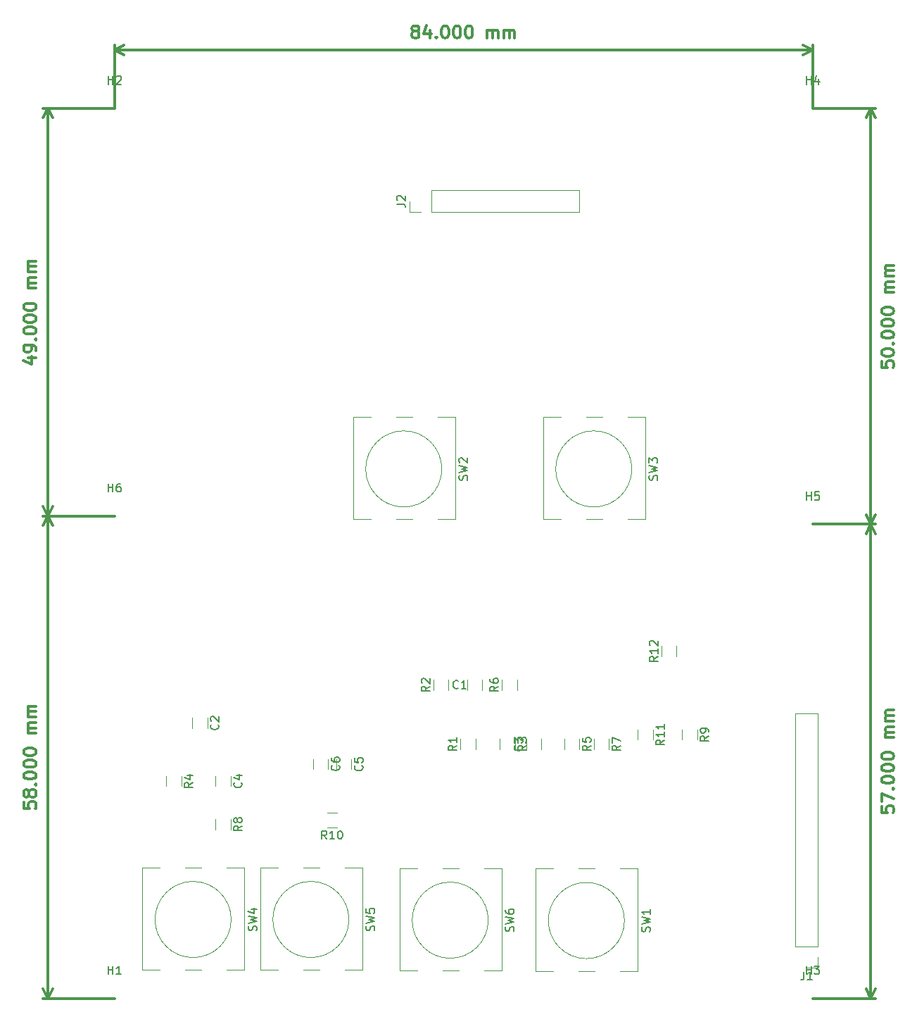
<source format=gbr>
%TF.GenerationSoftware,KiCad,Pcbnew,5.0.2-bee76a0~70~ubuntu18.04.1*%
%TF.CreationDate,2019-03-20T00:35:03+07:00*%
%TF.ProjectId,Display,44697370-6c61-4792-9e6b-696361645f70,rev?*%
%TF.SameCoordinates,PX1036640PY112a880*%
%TF.FileFunction,Legend,Top*%
%TF.FilePolarity,Positive*%
%FSLAX46Y46*%
G04 Gerber Fmt 4.6, Leading zero omitted, Abs format (unit mm)*
G04 Created by KiCad (PCBNEW 5.0.2-bee76a0~70~ubuntu18.04.1) date Wed 20 Mar 2019 12:35:03 AM +07*
%MOMM*%
%LPD*%
G01*
G04 APERTURE LIST*
%ADD10C,0.300000*%
%ADD11C,0.120000*%
%ADD12C,0.150000*%
G04 APERTURE END LIST*
D10*
X39071428Y6278572D02*
X38928571Y6350000D01*
X38857142Y6421429D01*
X38785714Y6564286D01*
X38785714Y6635715D01*
X38857142Y6778572D01*
X38928571Y6850000D01*
X39071428Y6921429D01*
X39357142Y6921429D01*
X39500000Y6850000D01*
X39571428Y6778572D01*
X39642857Y6635715D01*
X39642857Y6564286D01*
X39571428Y6421429D01*
X39500000Y6350000D01*
X39357142Y6278572D01*
X39071428Y6278572D01*
X38928571Y6207143D01*
X38857142Y6135715D01*
X38785714Y5992858D01*
X38785714Y5707143D01*
X38857142Y5564286D01*
X38928571Y5492858D01*
X39071428Y5421429D01*
X39357142Y5421429D01*
X39500000Y5492858D01*
X39571428Y5564286D01*
X39642857Y5707143D01*
X39642857Y5992858D01*
X39571428Y6135715D01*
X39500000Y6207143D01*
X39357142Y6278572D01*
X40928571Y6421429D02*
X40928571Y5421429D01*
X40571428Y6992858D02*
X40214285Y5921429D01*
X41142857Y5921429D01*
X41714285Y5564286D02*
X41785714Y5492858D01*
X41714285Y5421429D01*
X41642857Y5492858D01*
X41714285Y5564286D01*
X41714285Y5421429D01*
X42714285Y6921429D02*
X42857142Y6921429D01*
X43000000Y6850000D01*
X43071428Y6778572D01*
X43142857Y6635715D01*
X43214285Y6350000D01*
X43214285Y5992858D01*
X43142857Y5707143D01*
X43071428Y5564286D01*
X43000000Y5492858D01*
X42857142Y5421429D01*
X42714285Y5421429D01*
X42571428Y5492858D01*
X42500000Y5564286D01*
X42428571Y5707143D01*
X42357142Y5992858D01*
X42357142Y6350000D01*
X42428571Y6635715D01*
X42500000Y6778572D01*
X42571428Y6850000D01*
X42714285Y6921429D01*
X44142857Y6921429D02*
X44285714Y6921429D01*
X44428571Y6850000D01*
X44500000Y6778572D01*
X44571428Y6635715D01*
X44642857Y6350000D01*
X44642857Y5992858D01*
X44571428Y5707143D01*
X44500000Y5564286D01*
X44428571Y5492858D01*
X44285714Y5421429D01*
X44142857Y5421429D01*
X44000000Y5492858D01*
X43928571Y5564286D01*
X43857142Y5707143D01*
X43785714Y5992858D01*
X43785714Y6350000D01*
X43857142Y6635715D01*
X43928571Y6778572D01*
X44000000Y6850000D01*
X44142857Y6921429D01*
X45571428Y6921429D02*
X45714285Y6921429D01*
X45857142Y6850000D01*
X45928571Y6778572D01*
X46000000Y6635715D01*
X46071428Y6350000D01*
X46071428Y5992858D01*
X46000000Y5707143D01*
X45928571Y5564286D01*
X45857142Y5492858D01*
X45714285Y5421429D01*
X45571428Y5421429D01*
X45428571Y5492858D01*
X45357142Y5564286D01*
X45285714Y5707143D01*
X45214285Y5992858D01*
X45214285Y6350000D01*
X45285714Y6635715D01*
X45357142Y6778572D01*
X45428571Y6850000D01*
X45571428Y6921429D01*
X47857142Y5421429D02*
X47857142Y6421429D01*
X47857142Y6278572D02*
X47928571Y6350000D01*
X48071428Y6421429D01*
X48285714Y6421429D01*
X48428571Y6350000D01*
X48500000Y6207143D01*
X48500000Y5421429D01*
X48500000Y6207143D02*
X48571428Y6350000D01*
X48714285Y6421429D01*
X48928571Y6421429D01*
X49071428Y6350000D01*
X49142857Y6207143D01*
X49142857Y5421429D01*
X49857142Y5421429D02*
X49857142Y6421429D01*
X49857142Y6278572D02*
X49928571Y6350000D01*
X50071428Y6421429D01*
X50285714Y6421429D01*
X50428571Y6350000D01*
X50500000Y6207143D01*
X50500000Y5421429D01*
X50500000Y6207143D02*
X50571428Y6350000D01*
X50714285Y6421429D01*
X50928571Y6421429D01*
X51071428Y6350000D01*
X51142857Y6207143D01*
X51142857Y5421429D01*
X3000000Y4000000D02*
X87000000Y4000000D01*
X3000000Y-3000000D02*
X3000000Y4586421D01*
X87000000Y-3000000D02*
X87000000Y4586421D01*
X87000000Y4000000D02*
X85873496Y3413579D01*
X87000000Y4000000D02*
X85873496Y4586421D01*
X3000000Y4000000D02*
X4126504Y3413579D01*
X3000000Y4000000D02*
X4126504Y4586421D01*
X95278571Y-33428571D02*
X95278571Y-34142857D01*
X95992857Y-34214285D01*
X95921428Y-34142857D01*
X95850000Y-34000000D01*
X95850000Y-33642857D01*
X95921428Y-33500000D01*
X95992857Y-33428571D01*
X96135714Y-33357142D01*
X96492857Y-33357142D01*
X96635714Y-33428571D01*
X96707142Y-33500000D01*
X96778571Y-33642857D01*
X96778571Y-34000000D01*
X96707142Y-34142857D01*
X96635714Y-34214285D01*
X95278571Y-32428571D02*
X95278571Y-32285714D01*
X95350000Y-32142857D01*
X95421428Y-32071428D01*
X95564285Y-32000000D01*
X95850000Y-31928571D01*
X96207142Y-31928571D01*
X96492857Y-32000000D01*
X96635714Y-32071428D01*
X96707142Y-32142857D01*
X96778571Y-32285714D01*
X96778571Y-32428571D01*
X96707142Y-32571428D01*
X96635714Y-32642857D01*
X96492857Y-32714285D01*
X96207142Y-32785714D01*
X95850000Y-32785714D01*
X95564285Y-32714285D01*
X95421428Y-32642857D01*
X95350000Y-32571428D01*
X95278571Y-32428571D01*
X96635714Y-31285714D02*
X96707142Y-31214285D01*
X96778571Y-31285714D01*
X96707142Y-31357142D01*
X96635714Y-31285714D01*
X96778571Y-31285714D01*
X95278571Y-30285714D02*
X95278571Y-30142857D01*
X95350000Y-30000000D01*
X95421428Y-29928571D01*
X95564285Y-29857142D01*
X95850000Y-29785714D01*
X96207142Y-29785714D01*
X96492857Y-29857142D01*
X96635714Y-29928571D01*
X96707142Y-30000000D01*
X96778571Y-30142857D01*
X96778571Y-30285714D01*
X96707142Y-30428571D01*
X96635714Y-30500000D01*
X96492857Y-30571428D01*
X96207142Y-30642857D01*
X95850000Y-30642857D01*
X95564285Y-30571428D01*
X95421428Y-30500000D01*
X95350000Y-30428571D01*
X95278571Y-30285714D01*
X95278571Y-28857142D02*
X95278571Y-28714285D01*
X95350000Y-28571428D01*
X95421428Y-28500000D01*
X95564285Y-28428571D01*
X95850000Y-28357142D01*
X96207142Y-28357142D01*
X96492857Y-28428571D01*
X96635714Y-28500000D01*
X96707142Y-28571428D01*
X96778571Y-28714285D01*
X96778571Y-28857142D01*
X96707142Y-29000000D01*
X96635714Y-29071428D01*
X96492857Y-29142857D01*
X96207142Y-29214285D01*
X95850000Y-29214285D01*
X95564285Y-29142857D01*
X95421428Y-29071428D01*
X95350000Y-29000000D01*
X95278571Y-28857142D01*
X95278571Y-27428571D02*
X95278571Y-27285714D01*
X95350000Y-27142857D01*
X95421428Y-27071428D01*
X95564285Y-27000000D01*
X95850000Y-26928571D01*
X96207142Y-26928571D01*
X96492857Y-27000000D01*
X96635714Y-27071428D01*
X96707142Y-27142857D01*
X96778571Y-27285714D01*
X96778571Y-27428571D01*
X96707142Y-27571428D01*
X96635714Y-27642857D01*
X96492857Y-27714285D01*
X96207142Y-27785714D01*
X95850000Y-27785714D01*
X95564285Y-27714285D01*
X95421428Y-27642857D01*
X95350000Y-27571428D01*
X95278571Y-27428571D01*
X96778571Y-25142857D02*
X95778571Y-25142857D01*
X95921428Y-25142857D02*
X95850000Y-25071428D01*
X95778571Y-24928571D01*
X95778571Y-24714285D01*
X95850000Y-24571428D01*
X95992857Y-24500000D01*
X96778571Y-24500000D01*
X95992857Y-24500000D02*
X95850000Y-24428571D01*
X95778571Y-24285714D01*
X95778571Y-24071428D01*
X95850000Y-23928571D01*
X95992857Y-23857142D01*
X96778571Y-23857142D01*
X96778571Y-23142857D02*
X95778571Y-23142857D01*
X95921428Y-23142857D02*
X95850000Y-23071428D01*
X95778571Y-22928571D01*
X95778571Y-22714285D01*
X95850000Y-22571428D01*
X95992857Y-22500000D01*
X96778571Y-22500000D01*
X95992857Y-22500000D02*
X95850000Y-22428571D01*
X95778571Y-22285714D01*
X95778571Y-22071428D01*
X95850000Y-21928571D01*
X95992857Y-21857142D01*
X96778571Y-21857142D01*
X94000000Y-53000000D02*
X94000000Y-3000000D01*
X87000000Y-53000000D02*
X94586421Y-53000000D01*
X87000000Y-3000000D02*
X94586421Y-3000000D01*
X94000000Y-3000000D02*
X94586421Y-4126504D01*
X94000000Y-3000000D02*
X93413579Y-4126504D01*
X94000000Y-53000000D02*
X94586421Y-51873496D01*
X94000000Y-53000000D02*
X93413579Y-51873496D01*
X95278571Y-86928571D02*
X95278571Y-87642857D01*
X95992857Y-87714285D01*
X95921428Y-87642857D01*
X95850000Y-87500000D01*
X95850000Y-87142857D01*
X95921428Y-87000000D01*
X95992857Y-86928571D01*
X96135714Y-86857142D01*
X96492857Y-86857142D01*
X96635714Y-86928571D01*
X96707142Y-87000000D01*
X96778571Y-87142857D01*
X96778571Y-87500000D01*
X96707142Y-87642857D01*
X96635714Y-87714285D01*
X95278571Y-86357142D02*
X95278571Y-85357142D01*
X96778571Y-86000000D01*
X96635714Y-84785714D02*
X96707142Y-84714285D01*
X96778571Y-84785714D01*
X96707142Y-84857142D01*
X96635714Y-84785714D01*
X96778571Y-84785714D01*
X95278571Y-83785714D02*
X95278571Y-83642857D01*
X95350000Y-83500000D01*
X95421428Y-83428571D01*
X95564285Y-83357142D01*
X95850000Y-83285714D01*
X96207142Y-83285714D01*
X96492857Y-83357142D01*
X96635714Y-83428571D01*
X96707142Y-83500000D01*
X96778571Y-83642857D01*
X96778571Y-83785714D01*
X96707142Y-83928571D01*
X96635714Y-84000000D01*
X96492857Y-84071428D01*
X96207142Y-84142857D01*
X95850000Y-84142857D01*
X95564285Y-84071428D01*
X95421428Y-84000000D01*
X95350000Y-83928571D01*
X95278571Y-83785714D01*
X95278571Y-82357142D02*
X95278571Y-82214285D01*
X95350000Y-82071428D01*
X95421428Y-82000000D01*
X95564285Y-81928571D01*
X95850000Y-81857142D01*
X96207142Y-81857142D01*
X96492857Y-81928571D01*
X96635714Y-82000000D01*
X96707142Y-82071428D01*
X96778571Y-82214285D01*
X96778571Y-82357142D01*
X96707142Y-82500000D01*
X96635714Y-82571428D01*
X96492857Y-82642857D01*
X96207142Y-82714285D01*
X95850000Y-82714285D01*
X95564285Y-82642857D01*
X95421428Y-82571428D01*
X95350000Y-82500000D01*
X95278571Y-82357142D01*
X95278571Y-80928571D02*
X95278571Y-80785714D01*
X95350000Y-80642857D01*
X95421428Y-80571428D01*
X95564285Y-80500000D01*
X95850000Y-80428571D01*
X96207142Y-80428571D01*
X96492857Y-80500000D01*
X96635714Y-80571428D01*
X96707142Y-80642857D01*
X96778571Y-80785714D01*
X96778571Y-80928571D01*
X96707142Y-81071428D01*
X96635714Y-81142857D01*
X96492857Y-81214285D01*
X96207142Y-81285714D01*
X95850000Y-81285714D01*
X95564285Y-81214285D01*
X95421428Y-81142857D01*
X95350000Y-81071428D01*
X95278571Y-80928571D01*
X96778571Y-78642857D02*
X95778571Y-78642857D01*
X95921428Y-78642857D02*
X95850000Y-78571428D01*
X95778571Y-78428571D01*
X95778571Y-78214285D01*
X95850000Y-78071428D01*
X95992857Y-78000000D01*
X96778571Y-78000000D01*
X95992857Y-78000000D02*
X95850000Y-77928571D01*
X95778571Y-77785714D01*
X95778571Y-77571428D01*
X95850000Y-77428571D01*
X95992857Y-77357142D01*
X96778571Y-77357142D01*
X96778571Y-76642857D02*
X95778571Y-76642857D01*
X95921428Y-76642857D02*
X95850000Y-76571428D01*
X95778571Y-76428571D01*
X95778571Y-76214285D01*
X95850000Y-76071428D01*
X95992857Y-76000000D01*
X96778571Y-76000000D01*
X95992857Y-76000000D02*
X95850000Y-75928571D01*
X95778571Y-75785714D01*
X95778571Y-75571428D01*
X95850000Y-75428571D01*
X95992857Y-75357142D01*
X96778571Y-75357142D01*
X94000000Y-110000000D02*
X94000000Y-53000000D01*
X87000000Y-110000000D02*
X94586421Y-110000000D01*
X87000000Y-53000000D02*
X94586421Y-53000000D01*
X94000000Y-53000000D02*
X94586421Y-54126504D01*
X94000000Y-53000000D02*
X93413579Y-54126504D01*
X94000000Y-110000000D02*
X94586421Y-108873496D01*
X94000000Y-110000000D02*
X93413579Y-108873496D01*
X-7421429Y-33000000D02*
X-6421429Y-33000000D01*
X-7992858Y-33357142D02*
X-6921429Y-33714285D01*
X-6921429Y-32785714D01*
X-6421429Y-32142857D02*
X-6421429Y-31857142D01*
X-6492858Y-31714285D01*
X-6564286Y-31642857D01*
X-6778572Y-31500000D01*
X-7064286Y-31428571D01*
X-7635715Y-31428571D01*
X-7778572Y-31500000D01*
X-7850000Y-31571428D01*
X-7921429Y-31714285D01*
X-7921429Y-32000000D01*
X-7850000Y-32142857D01*
X-7778572Y-32214285D01*
X-7635715Y-32285714D01*
X-7278572Y-32285714D01*
X-7135715Y-32214285D01*
X-7064286Y-32142857D01*
X-6992858Y-32000000D01*
X-6992858Y-31714285D01*
X-7064286Y-31571428D01*
X-7135715Y-31500000D01*
X-7278572Y-31428571D01*
X-6564286Y-30785714D02*
X-6492858Y-30714285D01*
X-6421429Y-30785714D01*
X-6492858Y-30857142D01*
X-6564286Y-30785714D01*
X-6421429Y-30785714D01*
X-7921429Y-29785714D02*
X-7921429Y-29642857D01*
X-7850000Y-29500000D01*
X-7778572Y-29428571D01*
X-7635715Y-29357142D01*
X-7350000Y-29285714D01*
X-6992858Y-29285714D01*
X-6707143Y-29357142D01*
X-6564286Y-29428571D01*
X-6492858Y-29500000D01*
X-6421429Y-29642857D01*
X-6421429Y-29785714D01*
X-6492858Y-29928571D01*
X-6564286Y-30000000D01*
X-6707143Y-30071428D01*
X-6992858Y-30142857D01*
X-7350000Y-30142857D01*
X-7635715Y-30071428D01*
X-7778572Y-30000000D01*
X-7850000Y-29928571D01*
X-7921429Y-29785714D01*
X-7921429Y-28357142D02*
X-7921429Y-28214285D01*
X-7850000Y-28071428D01*
X-7778572Y-28000000D01*
X-7635715Y-27928571D01*
X-7350000Y-27857142D01*
X-6992858Y-27857142D01*
X-6707143Y-27928571D01*
X-6564286Y-28000000D01*
X-6492858Y-28071428D01*
X-6421429Y-28214285D01*
X-6421429Y-28357142D01*
X-6492858Y-28500000D01*
X-6564286Y-28571428D01*
X-6707143Y-28642857D01*
X-6992858Y-28714285D01*
X-7350000Y-28714285D01*
X-7635715Y-28642857D01*
X-7778572Y-28571428D01*
X-7850000Y-28500000D01*
X-7921429Y-28357142D01*
X-7921429Y-26928571D02*
X-7921429Y-26785714D01*
X-7850000Y-26642857D01*
X-7778572Y-26571428D01*
X-7635715Y-26500000D01*
X-7350000Y-26428571D01*
X-6992858Y-26428571D01*
X-6707143Y-26500000D01*
X-6564286Y-26571428D01*
X-6492858Y-26642857D01*
X-6421429Y-26785714D01*
X-6421429Y-26928571D01*
X-6492858Y-27071428D01*
X-6564286Y-27142857D01*
X-6707143Y-27214285D01*
X-6992858Y-27285714D01*
X-7350000Y-27285714D01*
X-7635715Y-27214285D01*
X-7778572Y-27142857D01*
X-7850000Y-27071428D01*
X-7921429Y-26928571D01*
X-6421429Y-24642857D02*
X-7421429Y-24642857D01*
X-7278572Y-24642857D02*
X-7350000Y-24571428D01*
X-7421429Y-24428571D01*
X-7421429Y-24214285D01*
X-7350000Y-24071428D01*
X-7207143Y-24000000D01*
X-6421429Y-24000000D01*
X-7207143Y-24000000D02*
X-7350000Y-23928571D01*
X-7421429Y-23785714D01*
X-7421429Y-23571428D01*
X-7350000Y-23428571D01*
X-7207143Y-23357142D01*
X-6421429Y-23357142D01*
X-6421429Y-22642857D02*
X-7421429Y-22642857D01*
X-7278572Y-22642857D02*
X-7350000Y-22571428D01*
X-7421429Y-22428571D01*
X-7421429Y-22214285D01*
X-7350000Y-22071428D01*
X-7207143Y-22000000D01*
X-6421429Y-22000000D01*
X-7207143Y-22000000D02*
X-7350000Y-21928571D01*
X-7421429Y-21785714D01*
X-7421429Y-21571428D01*
X-7350000Y-21428571D01*
X-7207143Y-21357142D01*
X-6421429Y-21357142D01*
X-5000000Y-52000000D02*
X-5000000Y-3000000D01*
X3000000Y-52000000D02*
X-5586421Y-52000000D01*
X3000000Y-3000000D02*
X-5586421Y-3000000D01*
X-5000000Y-3000000D02*
X-4413579Y-4126504D01*
X-5000000Y-3000000D02*
X-5586421Y-4126504D01*
X-5000000Y-52000000D02*
X-4413579Y-50873496D01*
X-5000000Y-52000000D02*
X-5586421Y-50873496D01*
X-7921429Y-86428571D02*
X-7921429Y-87142857D01*
X-7207143Y-87214285D01*
X-7278572Y-87142857D01*
X-7350000Y-87000000D01*
X-7350000Y-86642857D01*
X-7278572Y-86500000D01*
X-7207143Y-86428571D01*
X-7064286Y-86357142D01*
X-6707143Y-86357142D01*
X-6564286Y-86428571D01*
X-6492858Y-86500000D01*
X-6421429Y-86642857D01*
X-6421429Y-87000000D01*
X-6492858Y-87142857D01*
X-6564286Y-87214285D01*
X-7278572Y-85500000D02*
X-7350000Y-85642857D01*
X-7421429Y-85714285D01*
X-7564286Y-85785714D01*
X-7635715Y-85785714D01*
X-7778572Y-85714285D01*
X-7850000Y-85642857D01*
X-7921429Y-85500000D01*
X-7921429Y-85214285D01*
X-7850000Y-85071428D01*
X-7778572Y-85000000D01*
X-7635715Y-84928571D01*
X-7564286Y-84928571D01*
X-7421429Y-85000000D01*
X-7350000Y-85071428D01*
X-7278572Y-85214285D01*
X-7278572Y-85500000D01*
X-7207143Y-85642857D01*
X-7135715Y-85714285D01*
X-6992858Y-85785714D01*
X-6707143Y-85785714D01*
X-6564286Y-85714285D01*
X-6492858Y-85642857D01*
X-6421429Y-85500000D01*
X-6421429Y-85214285D01*
X-6492858Y-85071428D01*
X-6564286Y-85000000D01*
X-6707143Y-84928571D01*
X-6992858Y-84928571D01*
X-7135715Y-85000000D01*
X-7207143Y-85071428D01*
X-7278572Y-85214285D01*
X-6564286Y-84285714D02*
X-6492858Y-84214285D01*
X-6421429Y-84285714D01*
X-6492858Y-84357142D01*
X-6564286Y-84285714D01*
X-6421429Y-84285714D01*
X-7921429Y-83285714D02*
X-7921429Y-83142857D01*
X-7850000Y-83000000D01*
X-7778572Y-82928571D01*
X-7635715Y-82857142D01*
X-7350000Y-82785714D01*
X-6992858Y-82785714D01*
X-6707143Y-82857142D01*
X-6564286Y-82928571D01*
X-6492858Y-83000000D01*
X-6421429Y-83142857D01*
X-6421429Y-83285714D01*
X-6492858Y-83428571D01*
X-6564286Y-83500000D01*
X-6707143Y-83571428D01*
X-6992858Y-83642857D01*
X-7350000Y-83642857D01*
X-7635715Y-83571428D01*
X-7778572Y-83500000D01*
X-7850000Y-83428571D01*
X-7921429Y-83285714D01*
X-7921429Y-81857142D02*
X-7921429Y-81714285D01*
X-7850000Y-81571428D01*
X-7778572Y-81500000D01*
X-7635715Y-81428571D01*
X-7350000Y-81357142D01*
X-6992858Y-81357142D01*
X-6707143Y-81428571D01*
X-6564286Y-81500000D01*
X-6492858Y-81571428D01*
X-6421429Y-81714285D01*
X-6421429Y-81857142D01*
X-6492858Y-82000000D01*
X-6564286Y-82071428D01*
X-6707143Y-82142857D01*
X-6992858Y-82214285D01*
X-7350000Y-82214285D01*
X-7635715Y-82142857D01*
X-7778572Y-82071428D01*
X-7850000Y-82000000D01*
X-7921429Y-81857142D01*
X-7921429Y-80428571D02*
X-7921429Y-80285714D01*
X-7850000Y-80142857D01*
X-7778572Y-80071428D01*
X-7635715Y-80000000D01*
X-7350000Y-79928571D01*
X-6992858Y-79928571D01*
X-6707143Y-80000000D01*
X-6564286Y-80071428D01*
X-6492858Y-80142857D01*
X-6421429Y-80285714D01*
X-6421429Y-80428571D01*
X-6492858Y-80571428D01*
X-6564286Y-80642857D01*
X-6707143Y-80714285D01*
X-6992858Y-80785714D01*
X-7350000Y-80785714D01*
X-7635715Y-80714285D01*
X-7778572Y-80642857D01*
X-7850000Y-80571428D01*
X-7921429Y-80428571D01*
X-6421429Y-78142857D02*
X-7421429Y-78142857D01*
X-7278572Y-78142857D02*
X-7350000Y-78071428D01*
X-7421429Y-77928571D01*
X-7421429Y-77714285D01*
X-7350000Y-77571428D01*
X-7207143Y-77500000D01*
X-6421429Y-77500000D01*
X-7207143Y-77500000D02*
X-7350000Y-77428571D01*
X-7421429Y-77285714D01*
X-7421429Y-77071428D01*
X-7350000Y-76928571D01*
X-7207143Y-76857142D01*
X-6421429Y-76857142D01*
X-6421429Y-76142857D02*
X-7421429Y-76142857D01*
X-7278572Y-76142857D02*
X-7350000Y-76071428D01*
X-7421429Y-75928571D01*
X-7421429Y-75714285D01*
X-7350000Y-75571428D01*
X-7207143Y-75500000D01*
X-6421429Y-75500000D01*
X-7207143Y-75500000D02*
X-7350000Y-75428571D01*
X-7421429Y-75285714D01*
X-7421429Y-75071428D01*
X-7350000Y-74928571D01*
X-7207143Y-74857142D01*
X-6421429Y-74857142D01*
X-5000000Y-110000000D02*
X-5000000Y-52000000D01*
X3000000Y-110000000D02*
X-5586421Y-110000000D01*
X3000000Y-52000000D02*
X-5586421Y-52000000D01*
X-5000000Y-52000000D02*
X-4413579Y-53126504D01*
X-5000000Y-52000000D02*
X-5586421Y-53126504D01*
X-5000000Y-110000000D02*
X-4413579Y-108873496D01*
X-5000000Y-110000000D02*
X-5586421Y-108873496D01*
D11*
X58945000Y-15487000D02*
X58945000Y-12827000D01*
X41105000Y-15487000D02*
X58945000Y-15487000D01*
X41105000Y-12827000D02*
X58945000Y-12827000D01*
X41105000Y-15487000D02*
X41105000Y-12827000D01*
X39835000Y-15487000D02*
X38505000Y-15487000D01*
X38505000Y-15487000D02*
X38505000Y-14157000D01*
X42461000Y-94351000D02*
X44401000Y-94351000D01*
X37281000Y-94351000D02*
X39401000Y-94351000D01*
X37281000Y-106651000D02*
X37281000Y-94351000D01*
X39401000Y-106651000D02*
X37281000Y-106651000D01*
X44401000Y-106651000D02*
X42461000Y-106651000D01*
X49581000Y-106651000D02*
X47461000Y-106651000D01*
X49581000Y-94351000D02*
X49581000Y-106651000D01*
X47461000Y-94351000D02*
X49581000Y-94351000D01*
X47970050Y-100601000D02*
G75*
G03X47970050Y-100601000I-4579050J0D01*
G01*
X31206050Y-100517000D02*
G75*
G03X31206050Y-100517000I-4579050J0D01*
G01*
X30697000Y-94267000D02*
X32817000Y-94267000D01*
X32817000Y-94267000D02*
X32817000Y-106567000D01*
X32817000Y-106567000D02*
X30697000Y-106567000D01*
X27637000Y-106567000D02*
X25697000Y-106567000D01*
X22637000Y-106567000D02*
X20517000Y-106567000D01*
X20517000Y-106567000D02*
X20517000Y-94267000D01*
X20517000Y-94267000D02*
X22637000Y-94267000D01*
X25697000Y-94267000D02*
X27637000Y-94267000D01*
X11530000Y-94267000D02*
X13470000Y-94267000D01*
X6350000Y-94267000D02*
X8470000Y-94267000D01*
X6350000Y-106567000D02*
X6350000Y-94267000D01*
X8470000Y-106567000D02*
X6350000Y-106567000D01*
X13470000Y-106567000D02*
X11530000Y-106567000D01*
X18650000Y-106567000D02*
X16530000Y-106567000D01*
X18650000Y-94267000D02*
X18650000Y-106567000D01*
X16530000Y-94267000D02*
X18650000Y-94267000D01*
X17039050Y-100517000D02*
G75*
G03X17039050Y-100517000I-4579050J0D01*
G01*
X65242050Y-46350000D02*
G75*
G03X65242050Y-46350000I-4579050J0D01*
G01*
X64733000Y-40100000D02*
X66853000Y-40100000D01*
X66853000Y-40100000D02*
X66853000Y-52400000D01*
X66853000Y-52400000D02*
X64733000Y-52400000D01*
X61673000Y-52400000D02*
X59733000Y-52400000D01*
X56673000Y-52400000D02*
X54553000Y-52400000D01*
X54553000Y-52400000D02*
X54553000Y-40100000D01*
X54553000Y-40100000D02*
X56673000Y-40100000D01*
X59733000Y-40100000D02*
X61673000Y-40100000D01*
X36873000Y-40100000D02*
X38813000Y-40100000D01*
X31693000Y-40100000D02*
X33813000Y-40100000D01*
X31693000Y-52400000D02*
X31693000Y-40100000D01*
X33813000Y-52400000D02*
X31693000Y-52400000D01*
X38813000Y-52400000D02*
X36873000Y-52400000D01*
X43993000Y-52400000D02*
X41873000Y-52400000D01*
X43993000Y-40100000D02*
X43993000Y-52400000D01*
X41873000Y-40100000D02*
X43993000Y-40100000D01*
X42382050Y-46350000D02*
G75*
G03X42382050Y-46350000I-4579050J0D01*
G01*
X64353050Y-100644000D02*
G75*
G03X64353050Y-100644000I-4579050J0D01*
G01*
X63844000Y-94394000D02*
X65964000Y-94394000D01*
X65964000Y-94394000D02*
X65964000Y-106694000D01*
X65964000Y-106694000D02*
X63844000Y-106694000D01*
X60784000Y-106694000D02*
X58844000Y-106694000D01*
X55784000Y-106694000D02*
X53664000Y-106694000D01*
X53664000Y-106694000D02*
X53664000Y-94394000D01*
X53664000Y-94394000D02*
X55784000Y-94394000D01*
X58844000Y-94394000D02*
X60784000Y-94394000D01*
X87600000Y-106329000D02*
X86270000Y-106329000D01*
X87600000Y-104999000D02*
X87600000Y-106329000D01*
X87600000Y-103729000D02*
X84940000Y-103729000D01*
X84940000Y-103729000D02*
X84940000Y-75729000D01*
X87600000Y-103729000D02*
X87600000Y-75729000D01*
X87600000Y-75729000D02*
X84940000Y-75729000D01*
X49382000Y-78832936D02*
X49382000Y-80037064D01*
X51202000Y-78832936D02*
X51202000Y-80037064D01*
X57129000Y-78832936D02*
X57129000Y-80037064D01*
X58949000Y-78832936D02*
X58949000Y-80037064D01*
X47265000Y-72925064D02*
X47265000Y-71720936D01*
X45445000Y-72925064D02*
X45445000Y-71720936D01*
X54377000Y-80037064D02*
X54377000Y-78832936D01*
X52557000Y-80037064D02*
X52557000Y-78832936D01*
X15176000Y-83277936D02*
X15176000Y-84482064D01*
X16996000Y-83277936D02*
X16996000Y-84482064D01*
X29697000Y-81245936D02*
X29697000Y-82450064D01*
X31517000Y-81245936D02*
X31517000Y-82450064D01*
X26903000Y-81209436D02*
X26903000Y-82413564D01*
X28723000Y-81209436D02*
X28723000Y-82413564D01*
X12382000Y-76292936D02*
X12382000Y-77497064D01*
X14202000Y-76292936D02*
X14202000Y-77497064D01*
X15176000Y-88484936D02*
X15176000Y-89689064D01*
X16996000Y-88484936D02*
X16996000Y-89689064D01*
X51456000Y-72925064D02*
X51456000Y-71720936D01*
X49636000Y-72925064D02*
X49636000Y-71720936D01*
X46460000Y-80037064D02*
X46460000Y-78832936D01*
X44640000Y-80037064D02*
X44640000Y-78832936D01*
X43201000Y-72925064D02*
X43201000Y-71720936D01*
X41381000Y-72925064D02*
X41381000Y-71720936D01*
X9250000Y-83277936D02*
X9250000Y-84482064D01*
X11070000Y-83277936D02*
X11070000Y-84482064D01*
X29769064Y-87669000D02*
X28564936Y-87669000D01*
X29769064Y-89489000D02*
X28564936Y-89489000D01*
X70633000Y-68861064D02*
X70633000Y-67656936D01*
X68813000Y-68861064D02*
X68813000Y-67656936D01*
X60685000Y-78832936D02*
X60685000Y-80037064D01*
X62505000Y-78832936D02*
X62505000Y-80037064D01*
X71310000Y-77689936D02*
X71310000Y-78894064D01*
X73130000Y-77689936D02*
X73130000Y-78894064D01*
X65976000Y-77689936D02*
X65976000Y-78894064D01*
X67796000Y-77689936D02*
X67796000Y-78894064D01*
D12*
X2238095Y-49102380D02*
X2238095Y-48102380D01*
X2238095Y-48578571D02*
X2809523Y-48578571D01*
X2809523Y-49102380D02*
X2809523Y-48102380D01*
X3714285Y-48102380D02*
X3523809Y-48102380D01*
X3428571Y-48150000D01*
X3380952Y-48197619D01*
X3285714Y-48340476D01*
X3238095Y-48530952D01*
X3238095Y-48911904D01*
X3285714Y-49007142D01*
X3333333Y-49054761D01*
X3428571Y-49102380D01*
X3619047Y-49102380D01*
X3714285Y-49054761D01*
X3761904Y-49007142D01*
X3809523Y-48911904D01*
X3809523Y-48673809D01*
X3761904Y-48578571D01*
X3714285Y-48530952D01*
X3619047Y-48483333D01*
X3428571Y-48483333D01*
X3333333Y-48530952D01*
X3285714Y-48578571D01*
X3238095Y-48673809D01*
X86238095Y-50102380D02*
X86238095Y-49102380D01*
X86238095Y-49578571D02*
X86809523Y-49578571D01*
X86809523Y-50102380D02*
X86809523Y-49102380D01*
X87761904Y-49102380D02*
X87285714Y-49102380D01*
X87238095Y-49578571D01*
X87285714Y-49530952D01*
X87380952Y-49483333D01*
X87619047Y-49483333D01*
X87714285Y-49530952D01*
X87761904Y-49578571D01*
X87809523Y-49673809D01*
X87809523Y-49911904D01*
X87761904Y-50007142D01*
X87714285Y-50054761D01*
X87619047Y-50102380D01*
X87380952Y-50102380D01*
X87285714Y-50054761D01*
X87238095Y-50007142D01*
X36957380Y-14490333D02*
X37671666Y-14490333D01*
X37814523Y-14537952D01*
X37909761Y-14633190D01*
X37957380Y-14776047D01*
X37957380Y-14871285D01*
X37052619Y-14061761D02*
X37005000Y-14014142D01*
X36957380Y-13918904D01*
X36957380Y-13680809D01*
X37005000Y-13585571D01*
X37052619Y-13537952D01*
X37147857Y-13490333D01*
X37243095Y-13490333D01*
X37385952Y-13537952D01*
X37957380Y-14109380D01*
X37957380Y-13490333D01*
X50995761Y-101934333D02*
X51043380Y-101791476D01*
X51043380Y-101553380D01*
X50995761Y-101458142D01*
X50948142Y-101410523D01*
X50852904Y-101362904D01*
X50757666Y-101362904D01*
X50662428Y-101410523D01*
X50614809Y-101458142D01*
X50567190Y-101553380D01*
X50519571Y-101743857D01*
X50471952Y-101839095D01*
X50424333Y-101886714D01*
X50329095Y-101934333D01*
X50233857Y-101934333D01*
X50138619Y-101886714D01*
X50091000Y-101839095D01*
X50043380Y-101743857D01*
X50043380Y-101505761D01*
X50091000Y-101362904D01*
X50043380Y-101029571D02*
X51043380Y-100791476D01*
X50329095Y-100601000D01*
X51043380Y-100410523D01*
X50043380Y-100172428D01*
X50043380Y-99362904D02*
X50043380Y-99553380D01*
X50091000Y-99648619D01*
X50138619Y-99696238D01*
X50281476Y-99791476D01*
X50471952Y-99839095D01*
X50852904Y-99839095D01*
X50948142Y-99791476D01*
X50995761Y-99743857D01*
X51043380Y-99648619D01*
X51043380Y-99458142D01*
X50995761Y-99362904D01*
X50948142Y-99315285D01*
X50852904Y-99267666D01*
X50614809Y-99267666D01*
X50519571Y-99315285D01*
X50471952Y-99362904D01*
X50424333Y-99458142D01*
X50424333Y-99648619D01*
X50471952Y-99743857D01*
X50519571Y-99791476D01*
X50614809Y-99839095D01*
X34231761Y-101850333D02*
X34279380Y-101707476D01*
X34279380Y-101469380D01*
X34231761Y-101374142D01*
X34184142Y-101326523D01*
X34088904Y-101278904D01*
X33993666Y-101278904D01*
X33898428Y-101326523D01*
X33850809Y-101374142D01*
X33803190Y-101469380D01*
X33755571Y-101659857D01*
X33707952Y-101755095D01*
X33660333Y-101802714D01*
X33565095Y-101850333D01*
X33469857Y-101850333D01*
X33374619Y-101802714D01*
X33327000Y-101755095D01*
X33279380Y-101659857D01*
X33279380Y-101421761D01*
X33327000Y-101278904D01*
X33279380Y-100945571D02*
X34279380Y-100707476D01*
X33565095Y-100517000D01*
X34279380Y-100326523D01*
X33279380Y-100088428D01*
X33279380Y-99231285D02*
X33279380Y-99707476D01*
X33755571Y-99755095D01*
X33707952Y-99707476D01*
X33660333Y-99612238D01*
X33660333Y-99374142D01*
X33707952Y-99278904D01*
X33755571Y-99231285D01*
X33850809Y-99183666D01*
X34088904Y-99183666D01*
X34184142Y-99231285D01*
X34231761Y-99278904D01*
X34279380Y-99374142D01*
X34279380Y-99612238D01*
X34231761Y-99707476D01*
X34184142Y-99755095D01*
X20064761Y-101850333D02*
X20112380Y-101707476D01*
X20112380Y-101469380D01*
X20064761Y-101374142D01*
X20017142Y-101326523D01*
X19921904Y-101278904D01*
X19826666Y-101278904D01*
X19731428Y-101326523D01*
X19683809Y-101374142D01*
X19636190Y-101469380D01*
X19588571Y-101659857D01*
X19540952Y-101755095D01*
X19493333Y-101802714D01*
X19398095Y-101850333D01*
X19302857Y-101850333D01*
X19207619Y-101802714D01*
X19160000Y-101755095D01*
X19112380Y-101659857D01*
X19112380Y-101421761D01*
X19160000Y-101278904D01*
X19112380Y-100945571D02*
X20112380Y-100707476D01*
X19398095Y-100517000D01*
X20112380Y-100326523D01*
X19112380Y-100088428D01*
X19445714Y-99278904D02*
X20112380Y-99278904D01*
X19064761Y-99517000D02*
X19779047Y-99755095D01*
X19779047Y-99136047D01*
X68267761Y-47683333D02*
X68315380Y-47540476D01*
X68315380Y-47302380D01*
X68267761Y-47207142D01*
X68220142Y-47159523D01*
X68124904Y-47111904D01*
X68029666Y-47111904D01*
X67934428Y-47159523D01*
X67886809Y-47207142D01*
X67839190Y-47302380D01*
X67791571Y-47492857D01*
X67743952Y-47588095D01*
X67696333Y-47635714D01*
X67601095Y-47683333D01*
X67505857Y-47683333D01*
X67410619Y-47635714D01*
X67363000Y-47588095D01*
X67315380Y-47492857D01*
X67315380Y-47254761D01*
X67363000Y-47111904D01*
X67315380Y-46778571D02*
X68315380Y-46540476D01*
X67601095Y-46350000D01*
X68315380Y-46159523D01*
X67315380Y-45921428D01*
X67315380Y-45635714D02*
X67315380Y-45016666D01*
X67696333Y-45350000D01*
X67696333Y-45207142D01*
X67743952Y-45111904D01*
X67791571Y-45064285D01*
X67886809Y-45016666D01*
X68124904Y-45016666D01*
X68220142Y-45064285D01*
X68267761Y-45111904D01*
X68315380Y-45207142D01*
X68315380Y-45492857D01*
X68267761Y-45588095D01*
X68220142Y-45635714D01*
X45407761Y-47683333D02*
X45455380Y-47540476D01*
X45455380Y-47302380D01*
X45407761Y-47207142D01*
X45360142Y-47159523D01*
X45264904Y-47111904D01*
X45169666Y-47111904D01*
X45074428Y-47159523D01*
X45026809Y-47207142D01*
X44979190Y-47302380D01*
X44931571Y-47492857D01*
X44883952Y-47588095D01*
X44836333Y-47635714D01*
X44741095Y-47683333D01*
X44645857Y-47683333D01*
X44550619Y-47635714D01*
X44503000Y-47588095D01*
X44455380Y-47492857D01*
X44455380Y-47254761D01*
X44503000Y-47111904D01*
X44455380Y-46778571D02*
X45455380Y-46540476D01*
X44741095Y-46350000D01*
X45455380Y-46159523D01*
X44455380Y-45921428D01*
X44550619Y-45588095D02*
X44503000Y-45540476D01*
X44455380Y-45445238D01*
X44455380Y-45207142D01*
X44503000Y-45111904D01*
X44550619Y-45064285D01*
X44645857Y-45016666D01*
X44741095Y-45016666D01*
X44883952Y-45064285D01*
X45455380Y-45635714D01*
X45455380Y-45016666D01*
X67378761Y-101977333D02*
X67426380Y-101834476D01*
X67426380Y-101596380D01*
X67378761Y-101501142D01*
X67331142Y-101453523D01*
X67235904Y-101405904D01*
X67140666Y-101405904D01*
X67045428Y-101453523D01*
X66997809Y-101501142D01*
X66950190Y-101596380D01*
X66902571Y-101786857D01*
X66854952Y-101882095D01*
X66807333Y-101929714D01*
X66712095Y-101977333D01*
X66616857Y-101977333D01*
X66521619Y-101929714D01*
X66474000Y-101882095D01*
X66426380Y-101786857D01*
X66426380Y-101548761D01*
X66474000Y-101405904D01*
X66426380Y-101072571D02*
X67426380Y-100834476D01*
X66712095Y-100644000D01*
X67426380Y-100453523D01*
X66426380Y-100215428D01*
X67426380Y-99310666D02*
X67426380Y-99882095D01*
X67426380Y-99596380D02*
X66426380Y-99596380D01*
X66569238Y-99691619D01*
X66664476Y-99786857D01*
X66712095Y-99882095D01*
X85936666Y-106781380D02*
X85936666Y-107495666D01*
X85889047Y-107638523D01*
X85793809Y-107733761D01*
X85650952Y-107781380D01*
X85555714Y-107781380D01*
X86936666Y-107781380D02*
X86365238Y-107781380D01*
X86650952Y-107781380D02*
X86650952Y-106781380D01*
X86555714Y-106924238D01*
X86460476Y-107019476D01*
X86365238Y-107067095D01*
X86238095Y-107102380D02*
X86238095Y-106102380D01*
X86238095Y-106578571D02*
X86809523Y-106578571D01*
X86809523Y-107102380D02*
X86809523Y-106102380D01*
X87190476Y-106102380D02*
X87809523Y-106102380D01*
X87476190Y-106483333D01*
X87619047Y-106483333D01*
X87714285Y-106530952D01*
X87761904Y-106578571D01*
X87809523Y-106673809D01*
X87809523Y-106911904D01*
X87761904Y-107007142D01*
X87714285Y-107054761D01*
X87619047Y-107102380D01*
X87333333Y-107102380D01*
X87238095Y-107054761D01*
X87190476Y-107007142D01*
X2238095Y-107102380D02*
X2238095Y-106102380D01*
X2238095Y-106578571D02*
X2809523Y-106578571D01*
X2809523Y-107102380D02*
X2809523Y-106102380D01*
X3809523Y-107102380D02*
X3238095Y-107102380D01*
X3523809Y-107102380D02*
X3523809Y-106102380D01*
X3428571Y-106245238D01*
X3333333Y-106340476D01*
X3238095Y-106388095D01*
X2238095Y-102380D02*
X2238095Y897620D01*
X2238095Y421429D02*
X2809523Y421429D01*
X2809523Y-102380D02*
X2809523Y897620D01*
X3238095Y802381D02*
X3285714Y850000D01*
X3380952Y897620D01*
X3619047Y897620D01*
X3714285Y850000D01*
X3761904Y802381D01*
X3809523Y707143D01*
X3809523Y611905D01*
X3761904Y469048D01*
X3190476Y-102380D01*
X3809523Y-102380D01*
X86238095Y-102380D02*
X86238095Y897620D01*
X86238095Y421429D02*
X86809523Y421429D01*
X86809523Y-102380D02*
X86809523Y897620D01*
X87714285Y564286D02*
X87714285Y-102380D01*
X87476190Y945239D02*
X87238095Y230953D01*
X87857142Y230953D01*
X52564380Y-79601666D02*
X52088190Y-79935000D01*
X52564380Y-80173095D02*
X51564380Y-80173095D01*
X51564380Y-79792142D01*
X51612000Y-79696904D01*
X51659619Y-79649285D01*
X51754857Y-79601666D01*
X51897714Y-79601666D01*
X51992952Y-79649285D01*
X52040571Y-79696904D01*
X52088190Y-79792142D01*
X52088190Y-80173095D01*
X51564380Y-79268333D02*
X51564380Y-78649285D01*
X51945333Y-78982619D01*
X51945333Y-78839761D01*
X51992952Y-78744523D01*
X52040571Y-78696904D01*
X52135809Y-78649285D01*
X52373904Y-78649285D01*
X52469142Y-78696904D01*
X52516761Y-78744523D01*
X52564380Y-78839761D01*
X52564380Y-79125476D01*
X52516761Y-79220714D01*
X52469142Y-79268333D01*
X60311380Y-79601666D02*
X59835190Y-79935000D01*
X60311380Y-80173095D02*
X59311380Y-80173095D01*
X59311380Y-79792142D01*
X59359000Y-79696904D01*
X59406619Y-79649285D01*
X59501857Y-79601666D01*
X59644714Y-79601666D01*
X59739952Y-79649285D01*
X59787571Y-79696904D01*
X59835190Y-79792142D01*
X59835190Y-80173095D01*
X59311380Y-78696904D02*
X59311380Y-79173095D01*
X59787571Y-79220714D01*
X59739952Y-79173095D01*
X59692333Y-79077857D01*
X59692333Y-78839761D01*
X59739952Y-78744523D01*
X59787571Y-78696904D01*
X59882809Y-78649285D01*
X60120904Y-78649285D01*
X60216142Y-78696904D01*
X60263761Y-78744523D01*
X60311380Y-78839761D01*
X60311380Y-79077857D01*
X60263761Y-79173095D01*
X60216142Y-79220714D01*
X44368333Y-72680142D02*
X44320714Y-72727761D01*
X44177857Y-72775380D01*
X44082619Y-72775380D01*
X43939761Y-72727761D01*
X43844523Y-72632523D01*
X43796904Y-72537285D01*
X43749285Y-72346809D01*
X43749285Y-72203952D01*
X43796904Y-72013476D01*
X43844523Y-71918238D01*
X43939761Y-71823000D01*
X44082619Y-71775380D01*
X44177857Y-71775380D01*
X44320714Y-71823000D01*
X44368333Y-71870619D01*
X45320714Y-72775380D02*
X44749285Y-72775380D01*
X45035000Y-72775380D02*
X45035000Y-71775380D01*
X44939761Y-71918238D01*
X44844523Y-72013476D01*
X44749285Y-72061095D01*
X52004142Y-79601666D02*
X52051761Y-79649285D01*
X52099380Y-79792142D01*
X52099380Y-79887380D01*
X52051761Y-80030238D01*
X51956523Y-80125476D01*
X51861285Y-80173095D01*
X51670809Y-80220714D01*
X51527952Y-80220714D01*
X51337476Y-80173095D01*
X51242238Y-80125476D01*
X51147000Y-80030238D01*
X51099380Y-79887380D01*
X51099380Y-79792142D01*
X51147000Y-79649285D01*
X51194619Y-79601666D01*
X51099380Y-79268333D02*
X51099380Y-78649285D01*
X51480333Y-78982619D01*
X51480333Y-78839761D01*
X51527952Y-78744523D01*
X51575571Y-78696904D01*
X51670809Y-78649285D01*
X51908904Y-78649285D01*
X52004142Y-78696904D01*
X52051761Y-78744523D01*
X52099380Y-78839761D01*
X52099380Y-79125476D01*
X52051761Y-79220714D01*
X52004142Y-79268333D01*
X18263142Y-84046666D02*
X18310761Y-84094285D01*
X18358380Y-84237142D01*
X18358380Y-84332380D01*
X18310761Y-84475238D01*
X18215523Y-84570476D01*
X18120285Y-84618095D01*
X17929809Y-84665714D01*
X17786952Y-84665714D01*
X17596476Y-84618095D01*
X17501238Y-84570476D01*
X17406000Y-84475238D01*
X17358380Y-84332380D01*
X17358380Y-84237142D01*
X17406000Y-84094285D01*
X17453619Y-84046666D01*
X17691714Y-83189523D02*
X18358380Y-83189523D01*
X17310761Y-83427619D02*
X18025047Y-83665714D01*
X18025047Y-83046666D01*
X32784142Y-82014666D02*
X32831761Y-82062285D01*
X32879380Y-82205142D01*
X32879380Y-82300380D01*
X32831761Y-82443238D01*
X32736523Y-82538476D01*
X32641285Y-82586095D01*
X32450809Y-82633714D01*
X32307952Y-82633714D01*
X32117476Y-82586095D01*
X32022238Y-82538476D01*
X31927000Y-82443238D01*
X31879380Y-82300380D01*
X31879380Y-82205142D01*
X31927000Y-82062285D01*
X31974619Y-82014666D01*
X31879380Y-81109904D02*
X31879380Y-81586095D01*
X32355571Y-81633714D01*
X32307952Y-81586095D01*
X32260333Y-81490857D01*
X32260333Y-81252761D01*
X32307952Y-81157523D01*
X32355571Y-81109904D01*
X32450809Y-81062285D01*
X32688904Y-81062285D01*
X32784142Y-81109904D01*
X32831761Y-81157523D01*
X32879380Y-81252761D01*
X32879380Y-81490857D01*
X32831761Y-81586095D01*
X32784142Y-81633714D01*
X29990142Y-81978166D02*
X30037761Y-82025785D01*
X30085380Y-82168642D01*
X30085380Y-82263880D01*
X30037761Y-82406738D01*
X29942523Y-82501976D01*
X29847285Y-82549595D01*
X29656809Y-82597214D01*
X29513952Y-82597214D01*
X29323476Y-82549595D01*
X29228238Y-82501976D01*
X29133000Y-82406738D01*
X29085380Y-82263880D01*
X29085380Y-82168642D01*
X29133000Y-82025785D01*
X29180619Y-81978166D01*
X29085380Y-81121023D02*
X29085380Y-81311500D01*
X29133000Y-81406738D01*
X29180619Y-81454357D01*
X29323476Y-81549595D01*
X29513952Y-81597214D01*
X29894904Y-81597214D01*
X29990142Y-81549595D01*
X30037761Y-81501976D01*
X30085380Y-81406738D01*
X30085380Y-81216261D01*
X30037761Y-81121023D01*
X29990142Y-81073404D01*
X29894904Y-81025785D01*
X29656809Y-81025785D01*
X29561571Y-81073404D01*
X29513952Y-81121023D01*
X29466333Y-81216261D01*
X29466333Y-81406738D01*
X29513952Y-81501976D01*
X29561571Y-81549595D01*
X29656809Y-81597214D01*
X15469142Y-77061666D02*
X15516761Y-77109285D01*
X15564380Y-77252142D01*
X15564380Y-77347380D01*
X15516761Y-77490238D01*
X15421523Y-77585476D01*
X15326285Y-77633095D01*
X15135809Y-77680714D01*
X14992952Y-77680714D01*
X14802476Y-77633095D01*
X14707238Y-77585476D01*
X14612000Y-77490238D01*
X14564380Y-77347380D01*
X14564380Y-77252142D01*
X14612000Y-77109285D01*
X14659619Y-77061666D01*
X14659619Y-76680714D02*
X14612000Y-76633095D01*
X14564380Y-76537857D01*
X14564380Y-76299761D01*
X14612000Y-76204523D01*
X14659619Y-76156904D01*
X14754857Y-76109285D01*
X14850095Y-76109285D01*
X14992952Y-76156904D01*
X15564380Y-76728333D01*
X15564380Y-76109285D01*
X18358380Y-89253666D02*
X17882190Y-89587000D01*
X18358380Y-89825095D02*
X17358380Y-89825095D01*
X17358380Y-89444142D01*
X17406000Y-89348904D01*
X17453619Y-89301285D01*
X17548857Y-89253666D01*
X17691714Y-89253666D01*
X17786952Y-89301285D01*
X17834571Y-89348904D01*
X17882190Y-89444142D01*
X17882190Y-89825095D01*
X17786952Y-88682238D02*
X17739333Y-88777476D01*
X17691714Y-88825095D01*
X17596476Y-88872714D01*
X17548857Y-88872714D01*
X17453619Y-88825095D01*
X17406000Y-88777476D01*
X17358380Y-88682238D01*
X17358380Y-88491761D01*
X17406000Y-88396523D01*
X17453619Y-88348904D01*
X17548857Y-88301285D01*
X17596476Y-88301285D01*
X17691714Y-88348904D01*
X17739333Y-88396523D01*
X17786952Y-88491761D01*
X17786952Y-88682238D01*
X17834571Y-88777476D01*
X17882190Y-88825095D01*
X17977428Y-88872714D01*
X18167904Y-88872714D01*
X18263142Y-88825095D01*
X18310761Y-88777476D01*
X18358380Y-88682238D01*
X18358380Y-88491761D01*
X18310761Y-88396523D01*
X18263142Y-88348904D01*
X18167904Y-88301285D01*
X17977428Y-88301285D01*
X17882190Y-88348904D01*
X17834571Y-88396523D01*
X17786952Y-88491761D01*
X49178380Y-72489666D02*
X48702190Y-72823000D01*
X49178380Y-73061095D02*
X48178380Y-73061095D01*
X48178380Y-72680142D01*
X48226000Y-72584904D01*
X48273619Y-72537285D01*
X48368857Y-72489666D01*
X48511714Y-72489666D01*
X48606952Y-72537285D01*
X48654571Y-72584904D01*
X48702190Y-72680142D01*
X48702190Y-73061095D01*
X48178380Y-71632523D02*
X48178380Y-71823000D01*
X48226000Y-71918238D01*
X48273619Y-71965857D01*
X48416476Y-72061095D01*
X48606952Y-72108714D01*
X48987904Y-72108714D01*
X49083142Y-72061095D01*
X49130761Y-72013476D01*
X49178380Y-71918238D01*
X49178380Y-71727761D01*
X49130761Y-71632523D01*
X49083142Y-71584904D01*
X48987904Y-71537285D01*
X48749809Y-71537285D01*
X48654571Y-71584904D01*
X48606952Y-71632523D01*
X48559333Y-71727761D01*
X48559333Y-71918238D01*
X48606952Y-72013476D01*
X48654571Y-72061095D01*
X48749809Y-72108714D01*
X44182380Y-79601666D02*
X43706190Y-79935000D01*
X44182380Y-80173095D02*
X43182380Y-80173095D01*
X43182380Y-79792142D01*
X43230000Y-79696904D01*
X43277619Y-79649285D01*
X43372857Y-79601666D01*
X43515714Y-79601666D01*
X43610952Y-79649285D01*
X43658571Y-79696904D01*
X43706190Y-79792142D01*
X43706190Y-80173095D01*
X44182380Y-78649285D02*
X44182380Y-79220714D01*
X44182380Y-78935000D02*
X43182380Y-78935000D01*
X43325238Y-79030238D01*
X43420476Y-79125476D01*
X43468095Y-79220714D01*
X40923380Y-72489666D02*
X40447190Y-72823000D01*
X40923380Y-73061095D02*
X39923380Y-73061095D01*
X39923380Y-72680142D01*
X39971000Y-72584904D01*
X40018619Y-72537285D01*
X40113857Y-72489666D01*
X40256714Y-72489666D01*
X40351952Y-72537285D01*
X40399571Y-72584904D01*
X40447190Y-72680142D01*
X40447190Y-73061095D01*
X40018619Y-72108714D02*
X39971000Y-72061095D01*
X39923380Y-71965857D01*
X39923380Y-71727761D01*
X39971000Y-71632523D01*
X40018619Y-71584904D01*
X40113857Y-71537285D01*
X40209095Y-71537285D01*
X40351952Y-71584904D01*
X40923380Y-72156333D01*
X40923380Y-71537285D01*
X12432380Y-84046666D02*
X11956190Y-84380000D01*
X12432380Y-84618095D02*
X11432380Y-84618095D01*
X11432380Y-84237142D01*
X11480000Y-84141904D01*
X11527619Y-84094285D01*
X11622857Y-84046666D01*
X11765714Y-84046666D01*
X11860952Y-84094285D01*
X11908571Y-84141904D01*
X11956190Y-84237142D01*
X11956190Y-84618095D01*
X11765714Y-83189523D02*
X12432380Y-83189523D01*
X11384761Y-83427619D02*
X12099047Y-83665714D01*
X12099047Y-83046666D01*
X28524142Y-90851380D02*
X28190809Y-90375190D01*
X27952714Y-90851380D02*
X27952714Y-89851380D01*
X28333666Y-89851380D01*
X28428904Y-89899000D01*
X28476523Y-89946619D01*
X28524142Y-90041857D01*
X28524142Y-90184714D01*
X28476523Y-90279952D01*
X28428904Y-90327571D01*
X28333666Y-90375190D01*
X27952714Y-90375190D01*
X29476523Y-90851380D02*
X28905095Y-90851380D01*
X29190809Y-90851380D02*
X29190809Y-89851380D01*
X29095571Y-89994238D01*
X29000333Y-90089476D01*
X28905095Y-90137095D01*
X30095571Y-89851380D02*
X30190809Y-89851380D01*
X30286047Y-89899000D01*
X30333666Y-89946619D01*
X30381285Y-90041857D01*
X30428904Y-90232333D01*
X30428904Y-90470428D01*
X30381285Y-90660904D01*
X30333666Y-90756142D01*
X30286047Y-90803761D01*
X30190809Y-90851380D01*
X30095571Y-90851380D01*
X30000333Y-90803761D01*
X29952714Y-90756142D01*
X29905095Y-90660904D01*
X29857476Y-90470428D01*
X29857476Y-90232333D01*
X29905095Y-90041857D01*
X29952714Y-89946619D01*
X30000333Y-89899000D01*
X30095571Y-89851380D01*
X68355380Y-68901857D02*
X67879190Y-69235190D01*
X68355380Y-69473285D02*
X67355380Y-69473285D01*
X67355380Y-69092333D01*
X67403000Y-68997095D01*
X67450619Y-68949476D01*
X67545857Y-68901857D01*
X67688714Y-68901857D01*
X67783952Y-68949476D01*
X67831571Y-68997095D01*
X67879190Y-69092333D01*
X67879190Y-69473285D01*
X68355380Y-67949476D02*
X68355380Y-68520904D01*
X68355380Y-68235190D02*
X67355380Y-68235190D01*
X67498238Y-68330428D01*
X67593476Y-68425666D01*
X67641095Y-68520904D01*
X67450619Y-67568523D02*
X67403000Y-67520904D01*
X67355380Y-67425666D01*
X67355380Y-67187571D01*
X67403000Y-67092333D01*
X67450619Y-67044714D01*
X67545857Y-66997095D01*
X67641095Y-66997095D01*
X67783952Y-67044714D01*
X68355380Y-67616142D01*
X68355380Y-66997095D01*
X63867380Y-79601666D02*
X63391190Y-79935000D01*
X63867380Y-80173095D02*
X62867380Y-80173095D01*
X62867380Y-79792142D01*
X62915000Y-79696904D01*
X62962619Y-79649285D01*
X63057857Y-79601666D01*
X63200714Y-79601666D01*
X63295952Y-79649285D01*
X63343571Y-79696904D01*
X63391190Y-79792142D01*
X63391190Y-80173095D01*
X62867380Y-79268333D02*
X62867380Y-78601666D01*
X63867380Y-79030238D01*
X74492380Y-78458666D02*
X74016190Y-78792000D01*
X74492380Y-79030095D02*
X73492380Y-79030095D01*
X73492380Y-78649142D01*
X73540000Y-78553904D01*
X73587619Y-78506285D01*
X73682857Y-78458666D01*
X73825714Y-78458666D01*
X73920952Y-78506285D01*
X73968571Y-78553904D01*
X74016190Y-78649142D01*
X74016190Y-79030095D01*
X74492380Y-77982476D02*
X74492380Y-77792000D01*
X74444761Y-77696761D01*
X74397142Y-77649142D01*
X74254285Y-77553904D01*
X74063809Y-77506285D01*
X73682857Y-77506285D01*
X73587619Y-77553904D01*
X73540000Y-77601523D01*
X73492380Y-77696761D01*
X73492380Y-77887238D01*
X73540000Y-77982476D01*
X73587619Y-78030095D01*
X73682857Y-78077714D01*
X73920952Y-78077714D01*
X74016190Y-78030095D01*
X74063809Y-77982476D01*
X74111428Y-77887238D01*
X74111428Y-77696761D01*
X74063809Y-77601523D01*
X74016190Y-77553904D01*
X73920952Y-77506285D01*
X69158380Y-78934857D02*
X68682190Y-79268190D01*
X69158380Y-79506285D02*
X68158380Y-79506285D01*
X68158380Y-79125333D01*
X68206000Y-79030095D01*
X68253619Y-78982476D01*
X68348857Y-78934857D01*
X68491714Y-78934857D01*
X68586952Y-78982476D01*
X68634571Y-79030095D01*
X68682190Y-79125333D01*
X68682190Y-79506285D01*
X69158380Y-77982476D02*
X69158380Y-78553904D01*
X69158380Y-78268190D02*
X68158380Y-78268190D01*
X68301238Y-78363428D01*
X68396476Y-78458666D01*
X68444095Y-78553904D01*
X69158380Y-77030095D02*
X69158380Y-77601523D01*
X69158380Y-77315809D02*
X68158380Y-77315809D01*
X68301238Y-77411047D01*
X68396476Y-77506285D01*
X68444095Y-77601523D01*
M02*

</source>
